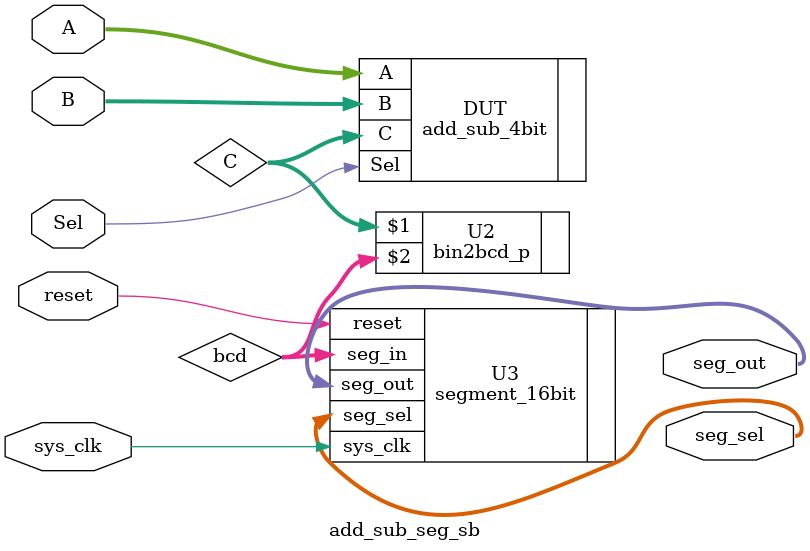
<source format=sv>
module add_sub_seg_sb( 
 input sys_clk, reset,          
 input logic [3:0] A,B,               
 input logic Sel,
 output logic [3:0] seg_sel,
 output logic [7:0] seg_out); 
//
logic [4:0] C;
logic [15:0] bcd;
//
add_sub_4bit DUT (.A(A), .B(B), .Sel(Sel), .C(C));
bin2bcd_p #(8) U2(C, bcd); 
segment_16bit U3 (.sys_clk(sys_clk), .reset(reset), .seg_in(bcd), .seg_sel(seg_sel), .seg_out(seg_out));
//
endmodule

</source>
